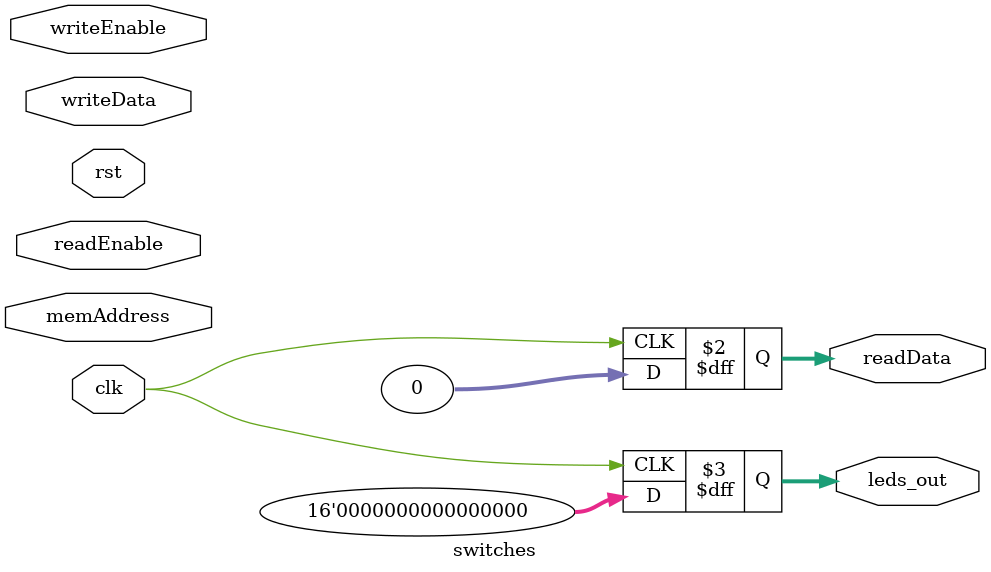
<source format=v>

`timescale 1ns/1ps

module fsm_counter (
    input         clk,
    input         rst,          // synchronous reset
    input  [15:0] switch_in,    // switch value (debounced)
    output reg [15:0] leds,     // LED output showing countdown
    output reg        state_out // 0 = S0, 1 = S1  (for debug/testbench)
);

    // State encoding
    localparam S0 = 1'b0;
    localparam S1 = 1'b1;

    reg        state, next_state;
    reg [15:0] counter;

    always @(posedge clk) begin
        if (rst)
            state <= S0;
        else
            state <= next_state;
    end

    always @(*) begin
        case (state)
            S0: begin
                if (switch_in != 16'd0)
                    next_state = S1;
                else
                    next_state = S0;
            end
            S1: begin
                if (rst || switch_in == 16'hFFFF || counter == 16'd0)
                    // 'reset' input or countdown finished → back to S0
                    next_state = S0;
                else
                    next_state = S1;
            end
            default: next_state = S0;
        endcase
    end

   
    always @(posedge clk) begin
        if (rst) begin
            counter <= 16'd0;
            leds    <= 16'd0;
        end else begin
            case (state)
                S0: begin
                    // Pre-load counter when a non-zero switch value is seen
                    if (switch_in != 16'd0) begin
                        counter <= switch_in;
                        leds    <= switch_in;
                    end else begin
                        counter <= 16'd0;
                        leds    <= 16'd0;
                    end
                end
                S1: begin
                    if (counter > 16'd0) begin
                        counter <= counter - 16'd1;
                        leds    <= counter - 16'd1;
                    end else begin
                        counter <= 16'd0;
                        leds    <= 16'd0;
                    end
                end
            endcase
        end
    end

    // Debug output
    always @(*) state_out = state;

endmodule


module debouncer (
    input  clk,
    input  pbin,
    output pbout
);
    reg [2:0] shift;
    always @(posedge clk)
        shift <= {shift[1:0], pbin};
    assign pbout = (shift[2] & shift[1]) | (shift[2] & shift[0]) | (shift[1] & shift[0]);
endmodule


module leds (
    input         clk,
    input         rst,
    input  [15:0] btns,
    input  [31:0] writeData,
    input         writeEnable,
    input         readEnable,
    input  [29:0] memAddress,
    input  [15:0] switches,
    output reg [31:0] readData
);
    // In this lab the LED output is driven by fsm_counter.
    // This stub satisfies the interface requirement.
    always @(posedge clk)
        readData <= 32'd0;
endmodule


module switches (
    input         clk,
    input         rst,
    input  [31:0] writeData,
    input         writeEnable,
    input         readEnable,
    input  [29:0] memAddress,
    output reg [31:0] readData,
    output reg [15:0] leds_out
);
    always @(posedge clk) begin
        readData <= 32'd0;
        leds_out <= 16'd0;
    end
endmodule
</source>
